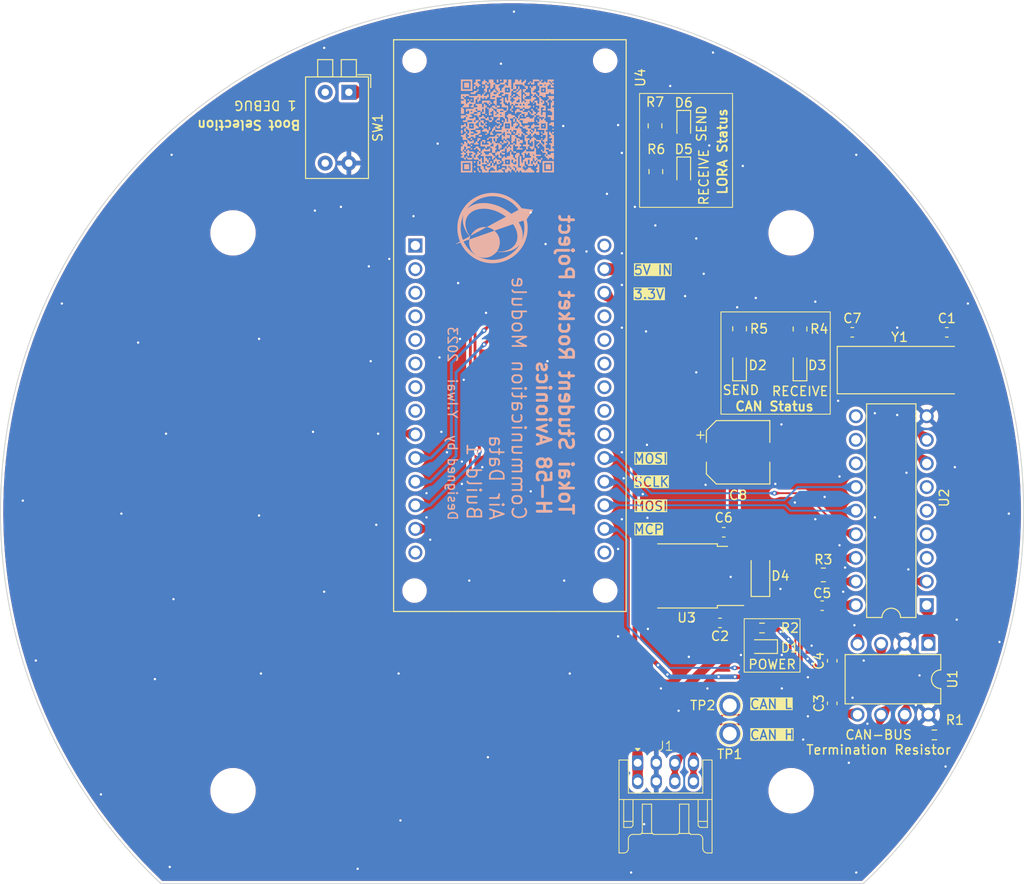
<source format=kicad_pcb>
(kicad_pcb (version 20221018) (generator pcbnew)
  (layers (0 "F.Cu" signal) (31 "B.Cu" signal) (34 "B.Paste" user) (35 "F.Paste" user) (36 "B.SilkS" user "B.Silkscreen") (37 "F.SilkS" user "F.Silkscreen") (38 "B.Mask" user) (39 "F.Mask" user) (44 "Edge.Cuts" user))
  (net 0 "")
  (net 1 "CAN_H")
  (net 2 "GND")
  (net 3 "+5V")
  (net 4 "CAN_L")
  (net 5 "+3.3V")
  (net 6 "CAN_TX")
  (net 7 "CAN_RX")
  (net 8 "OSC1")
  (net 9 "OSC2")
  (net 10 "SPI_CS_MCP")
  (net 11 "SPI_MOSI")
  (net 12 "SPI_SCLK")
  (net 13 "SPI_MISO")
  (net 14 "Net-(D6-A)")
  (net 15 "Net-(U2-~RESET)")
  (net 27 "Net-(D1-A)")
  (net 28 "Net-(D2-A)")
  (net 29 "Net-(D3-A)")
  (net 31 "Net-(D5-A)")
  (net 32 "CAN_RECEIVE_STATUS")
  (net 33 "CAN_SEND_STATUS")
  (net 34 "LORA_RECEIVE_STATUS")
  (net 35 "LORA_SEND_STATUS")
  (net 36 "DEBUG_MODE")
  (net 49 "+12V")
  (footprint "MountingHole:MountingHole_4.5mm" (layer "F.Cu") (at 178.5 75)
    (fp_text reference "REF**" hide)
    (fp_text value "MountingHole_4.5mm" hide)
  )
  (footprint "Capacitor_SMD:C_0603_1608Metric_Pad1.08x0.95mm_HandSolder" (layer "F.Cu") (at 170.85 116.949432 180)
    (fp_text reference "C2")
    (fp_text value "10μF")
  )
  (footprint "Capacitor_SMD:C_0603_1608Metric_Pad1.08x0.95mm_HandSolder" (layer "F.Cu") (at 182.917 125.6002 90)
    (fp_text reference "C3")
    (fp_text value "0.1μF")
  )
  (footprint "Resistor_SMD:R_0805_2012Metric_Pad1.20x1.40mm_HandSolder" (layer "F.Cu") (at 179.4548 85.3377 -90)
    (fp_text reference "R4")
    (fp_text value "100Ω")
  )
  (footprint "Capacitor_SMD:C_0603_1608Metric_Pad1.08x0.95mm_HandSolder" (layer "F.Cu") (at 195.236 85.695432 180)
    (fp_text reference "C1")
    (fp_text value "15pF")
  )
  (footprint "Capacitor_SMD:C_0603_1608Metric_Pad1.08x0.95mm_HandSolder" (layer "F.Cu") (at 171.25 107.199432 180)
    (fp_text reference "C6")
    (fp_text value "0.1μF")
  )
  (footprint "Hirose_Connector:Hirose_DF11B-8DP-2DS" (layer "F.Cu") (at 162 132)
    (fp_text reference "J1")
    (fp_text value "Conn_01x08")
  )
  (footprint "Crystal:Crystal_SMD_HC49-SD" (layer "F.Cu") (at 190.156 89.759432)
    (fp_text reference "Y1")
    (fp_text value "8MHz")
  )
  (footprint "MountingHole:MountingHole_4.5mm" (layer "F.Cu") (at 118.5 135)
    (fp_text reference "REF**" hide)
    (fp_text value "MountingHole_4.5mm" hide)
  )
  (footprint "ABX00012:ARDUINO_ABX00012" (layer "F.Cu") (at 135.7625 54.225 -90)
    (fp_text reference "U4")
    (fp_text value "ABX00012")
  )
  (footprint "Button_Switch_THT:SW_DIP_SPSTx02_Piano_10.8x6.64mm_W7.62mm_P2.54mm" (layer "F.Cu") (at 130.95 59.874432 -90)
    (fp_text reference "SW1")
    (fp_text value "SW_DIP_x02")
  )
  (footprint "MountingHole:MountingHole_4.5mm" (layer "F.Cu") (at 178.5 135)
    (fp_text reference "REF**" hide)
    (fp_text value "MountingHole_4.5mm" hide)
  )
  (footprint "Resistor_SMD:R_0805_2012Metric_Pad1.20x1.40mm_HandSolder" (layer "F.Cu") (at 163.9548 68.4127 -90)
    (fp_text reference "R6")
    (fp_text value "100Ω")
  )
  (footprint "Package_DIP:DIP-8_W7.62mm" (layer "F.Cu") (at 193.2548 119.2002 -90)
    (fp_text reference "U1")
    (fp_text value "MCP2562-E-P")
  )
  (footprint "Resistor_SMD:R_0805_2012Metric_Pad1.20x1.40mm_HandSolder" (layer "F.Cu") (at 163.8673 63.4877 -90)
    (fp_text reference "R7")
    (fp_text value "100Ω")
  )
  (footprint "Connector_Pin:Pin_D1.0mm_L10.0mm" (layer "F.Cu") (at 171.9 128.875432)
    (fp_text reference "TP1")
    (fp_text value "TestPoint")
  )
  (footprint "Capacitor_SMD:C_0603_1608Metric_Pad1.08x0.95mm_HandSolder" (layer "F.Cu") (at 182.917 121.027932 90)
    (fp_text reference "C4")
    (fp_text value "0.1μF")
  )
  (footprint "Capacitor_SMD:C_0603_1608Metric_Pad1.08x0.95mm_HandSolder" (layer "F.Cu") (at 181.8373 115.1002 180)
    (fp_text reference "C5")
    (fp_text value "0.1μF")
  )
  (footprint "Connector_Pin:Pin_D1.0mm_L10.0mm" (layer "F.Cu") (at 171.9 125.827432)
    (fp_text reference "TP2")
    (fp_text value "TestPoint")
  )
  (footprint "Capacitor_SMD:CP_Elec_6.3x5.9" (layer "F.Cu") (at 172.8 98.6002)
    (fp_text reference "C8")
    (fp_text value "47μF")
  )
  (footprint "LED_SMD:LED_0603_1608Metric_Pad1.05x0.95mm_HandSolder" (layer "F.Cu") (at 175.3673 119.5002 180)
    (fp_text reference "D1")
    (fp_text value "RED")
  )
  (footprint "LED_SMD:LED_0603_1608Metric_Pad1.05x0.95mm_HandSolder" (layer "F.Cu") (at 172.9548 89.2502 90)
    (fp_text reference "D2")
    (fp_text value "ORANGE")
  )
  (footprint "MountingHole:MountingHole_4.5mm" (layer "F.Cu") (at 118.5 75)
    (fp_text reference "REF**" hide)
    (fp_text value "MountingHole_4.5mm" hide)
  )
  (footprint "Resistor_SMD:R_0805_2012Metric_Pad1.20x1.40mm_HandSolder" (layer "F.Cu") (at 172.9548 85.314432 -90)
    (fp_text reference "R5")
    (fp_text value "100Ω")
  )
  (footprint "Capacitor_SMD:C_0603_1608Metric_Pad1.08x0.95mm_HandSolder" (layer "F.Cu") (at 185.076 85.695432)
    (fp_text reference "C7")
    (fp_text value "15pF")
  )
  (footprint "LED_SMD:LED_0603_1608Metric_Pad1.05x0.95mm_HandSolder" (layer "F.Cu") (at 179.4548 89.2502 90)
    (fp_text reference "D3")
    (fp_text value "ORANGE")
  )
  (footprint "LED_SMD:LED_0603_1608Metric_Pad1.05x0.95mm_HandSolder" (layer "F.Cu") (at 166.9548 68.5002 -90)
    (fp_text reference "D5")
    (fp_text value "ORANGE")
  )
  (footprint "LED_SMD:LED_0603_1608Metric_Pad1.05x0.95mm_HandSolder" (layer "F.Cu") (at 166.9548 63.4877 -90)
    (fp_text reference "D6")
    (fp_text value "ORANGE")
  )
  (footprint "Resistor_SMD:R_0603_1608Metric_Pad0.98x0.95mm_HandSolder" (layer "F.Cu") (at 175.3673 117.5002 180)
    (fp_text reference "R2")
    (fp_text value "620Ω")
  )
  (footprint "Package_DIP:DIP-18_W7.62mm" (layer "F.Cu") (at 193.0748 115.0402 180)
    (fp_text reference "U2")
    (fp_text value "MCP2515-I/P")
  )
  (footprint "Diode_SMD:D_SOD-123F" (layer "F.Cu") (at 175.2 111.899432 90)
    (fp_text reference "D4")
    (fp_text value "1N4007")
  )
  (footprint "Package_TO_SOT_SMD:TO-252-2" (layer "F.Cu") (at 167.26 111.899432 180)
    (fp_text reference "U3")
    (fp_text value "NJM7805SDL1")
  )
  (footprint "Resistor_SMD:R_0603_1608Metric_Pad0.98x0.95mm_HandSolder" (layer "F.Cu") (at 193.9 129)
    (fp_text reference "R1")
    (fp_text value "120Ω")
  )
  (footprint "Resistor_SMD:R_0805_2012Metric_Pad1.20x1.40mm_HandSolder" (layer "F.Cu") (at 181.9623 111.7902)
    (fp_text reference "R3")
    (fp_text value "10kΩ")
  )
  (footprint "LOGO" (layer "B.Cu") (at 148 63.5)
    (fp_text reference "G***" hide)
    (fp_text value "LOGO" hide)
  )
  (footprint "LOGO" (layer "B.Cu") (at 146.5 74.5 90)
    (fp_text reference "G***" hide)
    (fp_text value "LOGO" hide)
  )
  (gr_rect (start 173.4548 116.5002) (end 179.4548 122.2502) (stroke (width 0.1)) (fill none) (layer "F.SilkS"))
  (gr_rect (start 170.9548 83.5002) (end 182.7048 94.5002) (stroke (width 0.1)) (fill none) (layer "F.SilkS"))
  (gr_rect (start 162.2048 60.0002) (end 172.2048 72.2502) (stroke (width 0.1)) (fill none) (layer "F.SilkS"))
  (gr_arc locked (start 110.75 145) (mid 148.5 49.999432) (end 186.25 145) (stroke (width 0.1)) (layer "Edge.Cuts"))
  (gr_line locked (start 186.25 145) (end 110.75 145) (stroke (width 0.1)) (layer "Edge.Cuts"))
  (gr_text "Tokai Student Rocket Poject\nH-58 Avionics" (at 151 105.5 270) (layer "B.SilkS") (effects (font (size 1.5 1.5) (thickness 0.3) bold) (justify left bottom mirror)))
  (gr_text "Designed by 　Y.Iwai 　2023" (at 141.5 106 270) (layer "B.SilkS") (effects (font (size 1 1) (thickness 0.153)) (justify left bottom mirror)))
  (gr_text "Communication Module\nAir Data\nBuild 1" (at 143.5 106 270) (layer "B.SilkS") (effects (font (size 1.5 1.5) (thickness 0.1875)) (justify left bottom mirror)))
  (gr_text "RECEIVE" (at 179.4548 92.6252) (layer "F.SilkS") (effects (font (size 1 1)) (justify bottom)))
  (gr_text "1 DEBUG" (at 125.4 60.699432 180) (layer "F.SilkS") (effects (font (size 1 1) (thickness 0.153)) (justify left bottom)))
  (gr_text "CAN Status" (at 176.7048 94.2502) (layer "F.SilkS") (effects (font (size 1 1) (thickness 0.2) bold) (justify bottom)))
  (gr_text "CAN H" (at 174 128.999432) (layer "F.SilkS" knockout) (effects (font (size 1 1) (thickness 0.153)) (justify left)))
  (gr_text "3.3V" (at 161.5 81.599432) (layer "F.SilkS" knockout) (effects (font (size 1 1) (thickness 0.153)) (justify left)))
  (gr_text "LORA Status" (at 171.7048 66.2502 90) (layer "F.SilkS") (effects (font (size 1 1) (thickness 0.2) bold) (justify bottom)))
  (gr_text "MOSI" (at 161.5 104.399432) (layer "F.SilkS" knockout) (effects (font (size 1 1) (thickness 0.153)) (justify left)))
  (gr_text "RECEIVE" (at 169.7048 69.0002 90) (layer "F.SilkS") (effects (font (size 1 1)) (justify bottom)))
  (gr_text "CAN L" (at 174 125.699432) (layer "F.SilkS" knockout) (effects (font (size 1 1) (thickness 0.153)) (justify left)))
  (gr_text "MCP" (at 161.5 106.899432) (layer "F.SilkS" knockout) (effects (font (size 1 1) (thickness 0.153)) (justify left)))
  (gr_text "5V IN" (at 161.5 78.999432) (layer "F.SilkS" knockout) (effects (font (size 1 1) (thickness 0.153)) (justify left)))
  (gr_text "Boot Selection\n" (at 120.2 62.799432 180) (layer "F.SilkS") (effects (font (size 1 1) (thickness 0.2) bold) (justify bottom)))
  (gr_text "SEND" (at 173.1 92.5002) (layer "F.SilkS") (effects (font (size 1 1)) (justify bottom)))
  (gr_text "POWER" (at 176.4548 122.0002) (layer "F.SilkS") (effects (font (size 1 1)) (justify bottom)))
  (gr_text "SCLK" (at 161.5 101.799432) (layer "F.SilkS" knockout) (effects (font (size 1 1) (thickness 0.153)) (justify left)))
  (gr_text "MOSI" (at 161.5 99.299432) (layer "F.SilkS" knockout) (effects (font (size 1 1) (thickness 0.153)) (justify left)))
  (gr_text "SEND" (at 169.4548 63.2502 90) (layer "F.SilkS") (effects (font (size 1 1)) (justify bottom)))
  (gr_text "CAN-BUS\nTermination Resistor" (at 187.9 129.8) (layer "F.SilkS") (effects (font (size 1 1) (thickness 0.153))))
  (segment (start 168 133.645) (end 167.9548 133.6902) (width 0.2) (layer "F.Cu") (net 1))
  (segment (start 190.7148 126.8202) (end 190.7148 125.7852) (width 0.2) (layer "F.Cu") (net 1))
  (segment (start 195.3 125.8) (end 195.3 126.6875) (width 0.2) (layer "F.Cu") (net 1))
  (segment (start 170.706254 127.859432) (end 168 130.565686) (width 0.2) (layer "F.Cu") (net 1))
  (segment (start 179.314032 127.859432) (end 170.706254 127.859432) (width 0.2) (layer "F.Cu") (net 1))
  (segment (start 180.4546 129) (end 179.314032 127.859432) (width 0.2) (layer "F.Cu") (net 1))
  (segment (start 168 130.565686) (end 168 132) (width 0.2) (layer "F.Cu") (net 1))
  (segment (start 189.7 129) (end 180.4546 129) (width 0.2) (layer "F.Cu") (net 1))
  (segment (start 191.5 125) (end 194.5 125) (width 0.2) (layer "F.Cu") (net 1))
  (segment (start 190.7148 125.7852) (end 191.5 125) (width 0.2) (layer "F.Cu") (net 1))
  (segment (start 168 132) (end 168 134) (width 0.2) (layer "F.Cu") (net 1))
  (segment (start 190.7148 127.9852) (end 189.7 129) (width 0.2) (layer "F.Cu") (net 1))
  (segment (start 195.3 126.6875) (end 192.9875 129) (width 0.2) (layer "F.Cu") (net 1))
  (segment (start 190.7148 126.8202) (end 190.7148 127.9852) (width 0.2) (layer "F.Cu") (net 1))
  (segment (start 194.5 125) (end 195.3 125.8) (width 0.2) (layer "F.Cu") (net 1))
  (via (at 163.1 117.6) (size 0.51) (drill 0.25) (layers "F.Cu" "B.Cu") (net 2))
  (via (at 147.3 56.8) (size 0.51) (drill 0.25) (layers "F.Cu" "B.Cu") (net 2))
  (via (at 166.4 126.4) (size 0.51) (drill 0.25) (layers "F.Cu" "B.Cu") (net 2))
  (via (at 177.456 95.601432) (size 0.51) (drill 0.25) (layers "F.Cu" "B.Cu") (net 2))
  (via (at 156.5 77) (size 0.51) (drill 0.25) (layers "F.Cu" "B.Cu") (net 2))
  (via (at 162.9 85.6) (size 0.51) (drill 0.25) (layers "F.Cu" "B.Cu") (net 2))
  (via (at 200.9 119) (size 0.51) (drill 0.25) (layers "F.Cu" "B.Cu") (net 2))
  (via (at 160.3 105.8) (size 0.51) (drill 0.25) (layers "F.Cu" "B.Cu") (net 2))
  (via (at 190.9 100.8) (size 0.51) (drill 0.25) (layers "F.Cu" "B.Cu") (net 2))
  (via (at 161.3 143.8) (size 0.51) (drill 0.25) (layers "F.Cu" "B.Cu") (net 2))
  (via (at 140.5 65.4) (size 0.51) (drill 0.25) (layers "F.Cu" "B.Cu") (net 2))
  (via (at 185.1 125) (size 0.51) (drill 0.25) (layers "F.Cu" "B.Cu") (net 2))
  (via (at 160.3 77.2) (size 0.51) (drill 0.25) (layers "F.Cu" "B.Cu") (net 2))
  (via (at 100.1 82.6) (size 0.51) (drill 0.25) (layers "F.Cu" "B.Cu") (net 2))
  (via (at 183.7 108.6) (size 0.51) (drill 0.25) (layers "F.Cu" "B.Cu") (net 2))
  (via (at 169.1 79.4) (size 0.51) (drill 0.25) (layers "F.Cu" "B.Cu") (net 2))
  (via (at 121.3 105.4) (size 0.51) (drill 0.25) (layers "F.Cu" "B.Cu") (net 2))
  (via (at 192.3 122.6) (size 0.51) (drill 0.25) (layers "F.Cu" "B.Cu") (net 2))
  (via (at 181.1 105.8) (size 0.51) (drill 0.25) (layers "F.Cu" "B.Cu") (net 2))
  (via (at 180.3 122.8) (size 0.51) (drill 0.25) (layers "F.Cu" "B.Cu") (net 2))
  (via (at 184.3 111) (size 0.51) (drill 0.25) (layers "F.Cu" "B.Cu") (net 2))
  (via (at 191.1 111.2) (size 0.51) (drill 0.25) (layers "F.Cu" "B.Cu") (net 2))
  (via (at 143.1 102) (size 0.51) (drill 0.25) (layers "F.Cu" "B.Cu") (net 2))
  (via (at 167.5 120.6) (size 0.51) (drill 0.25) (layers "F.Cu" "B.Cu") (net 2))
  (via (at 104.3 135.4) (size 0.51) (drill 0.25) (layers "F.Cu" "B.Cu") (net 2))
  (via (at 152.3 88.8) (size 0.51) (drill 0.25) (layers "F.Cu" "B.Cu") (net 2))
  (via (at 179.8 129.499432) (size 0.51) (drill 0.25) (layers "F.Cu" "B.Cu") (net 2))
  (via (at 191.9 125.8) (size 0.51) (drill 0.25) (layers "F.Cu" "B.Cu") (net 2))
  (via (at 121.5 122.4) (size 0.51) (drill 0.25) (layers "F.Cu" "B.Cu") (net 2))
  (via (at 184.1 113.6) (size 0.51) (drill 0.25) (layers "F.Cu" "B.Cu") (net 2))
  (via (at 111.9 66.6) (size 0.51) (drill 0.25) (layers "F.Cu" "B.Cu") (net 2))
  (via (at 184.7 132) (size 0.51) (drill 0.25) (layers "F.Cu" "B.Cu") (net 2))
  (via (at 163.9 74.2) (size 0.51) (drill 0.25) (layers "F.Cu" "B.Cu") (net 2))
  (via (at 185.5 66.6) (size 0.51) (drill 0.25) (layers "F.Cu" "B.Cu") (net 2))
  (via (at 150.5 102.8) (size 0.51) (drill 0.25) (layers "F.Cu" "B.Cu") (net 2))
  (via (at 108.3 86.8) (size 0.51) (drill 0.25) (layers "F.Cu" "B.Cu") (net 2))
  (via (at 160.3 80.6) (size 0.51) (drill 0.25) (layers "F.Cu" "B.Cu") (net 2))
  (via (at 136.5 138.2) (size 0.51) (drill 0.25) (layers "F.Cu" "B.Cu") (net 2))
  (via (at 183.7 101.2) (size 0.51) (drill 0.25) (layers "F.Cu" "B.Cu") (net 2))
  (via (at 163 97.799432) (size 0.51) (drill 0.25) (layers "F.Cu" "B.Cu") (net 2))
  (via (at 134.1 96.6) (size 0.51) (drill 0.25) (layers "F.Cu" "B.Cu") (net 2))
  (via (at 183.552 93.061432) (size 0.51) (drill 0.25) (layers "F.Cu" "B.Cu") (net 2))
  (via (at 189.902 85.187432) (size 0.51) (drill 0.25) (layers "F.Cu" "B.Cu") (net 2))
  (via (at 196.3 116.6) (size 0.51) (drill 0.25) (layers "F.Cu" "B.Cu") (net 2))
  (via (at 187.5 94.4) (size 0.51) (drill 0.25) (layers "F.Cu" "B.Cu") (net 2))
  (via (at 164.5 124) (size 0.51) (drill 0.25) (layers "F.Cu" "B.Cu") (net 2))
  (via (at 110.1 123) (size 0.51) (drill 0.25) (layers "F.Cu" "B.Cu") (net 2))
  (via (at 135.3 77.8) (size 0.51) (drill 0.25) (layers "F.Cu" "B.Cu") (net 2))
  (via (at 148.7 51.2) (size 0.51) (drill 0.25) (layers "F.Cu" "B.Cu") (net 2))
  (via (at 145.9 131.4) (size 0.51) (drill 0.25) (layers "F.Cu" "B.Cu") (net 2))
  (via (at 127.3 72.6) (size 0.51) (drill 0.25) (layers "F.Cu" "B.Cu") (net 2))
  (via (at 97.3 121) (size 0.51) (drill 0.25) (layers "F.Cu" "B.Cu") (net 2))
  (via (at 162.55 103.099432) (size 0.51) (drill 0.25) (layers "F.Cu" "B.Cu") (net 2))
  (via (at 181.1 82.4) (size 0.51) (drill 0.25) (layers "F.Cu" "B.Cu") (net 2))
  (via (at 128.3 113.6) (size 0.51) (drill 0.25) (layers "F.Cu" "B.Cu") (net 2))
  (via (at 172 111.999432) (size 0.51) (drill 0.25) (layers "F.Cu" "B.Cu") (net 2))
  (via (at 139.3 103) (size 0.51) (drill 0.25) (layers "F.Cu" "B.Cu") (net 2))
  (via (at 177.5 124) (size 0.51) (drill 0.25) (layers "F.Cu" "B.Cu") (net 2))
  (via (at 187.5 105.6) (size 0.51) (drill 0.25) (layers "F.Cu" "B.Cu") (net 2))
  (via (at 145.7 83.6) (size 0.51) (drill 0.25) (layers "F.Cu" "B.Cu") (net 2))
  (via (at 162.7 138.6) (size 0.51) (drill 0.25) (layers "F.Cu" "B.Cu") (net 2))
  (via (at 160.3 98.6) (size 0.51) (drill 0.25) (layers "F.Cu" "B.Cu") (net 2))
  (via (at 136.3 122.4) (size 0.51) (drill 0.25) (layers "F.Cu" "B.Cu") (net 2))
  (via (at 165.5 59.2) (size 0.51) (drill 0.25) (layers "F.Cu" "B.Cu") (net 2))
  (via (at 163.05 105.649432) (size 0.51) (drill 0.25) (layers "F.Cu" "B.Cu") (net 2))
  (via (at 111.3 96.6) (size 0.51) (drill 0.25) (layers "F.Cu" "B.Cu") (net 2))
  (via (at 106.5 105.2) (size 0.51) (drill 0.25) (layers "F.Cu" "B.Cu") (net 2))
  (via (at 160.5 101.4) (size 0.51) (drill 0.25) (layers "F.Cu" "B.Cu") (net 2))
  (via (at 150.5 72.8) (size 0.51) (drill 0.25) (layers "F.Cu" "B.Cu") (net 2))
  (via (at 168.3 75.6) (size 0.51) (drill 0.25) (layers "F.Cu" "B.Cu") (net 2))
  (via (at 173.3 67.8) (size 0.51) (drill 0.25) (layers "F.Cu" "B.Cu") (net 2))
  (via (at 143.1 99.6) (size 0.51) (drill 0.25) (layers "F.Cu" "B.Cu") (net 2))
  (via (at 169.5 124) (size 0.51) (drill 0.25) (layers "F.Cu" "B.Cu") (net 2))
  (via (at 130.1 72.2) (size 0.51) (drill 0.25) (layers "F.Cu" "B.Cu") (net 2))
  (via (at 177.5 120.4) (size 0.51) (drill 0.25) (layers "F.Cu" "B.Cu") (net 2))
  (via (at 195.1 132.4) (size 0.51) (drill 0.25) (layers "F.Cu" "B.Cu") (net 2))
  (via (at 139.3 105.6) (size 0.51) (drill 0.25) (layers "F.Cu" "B.Cu") (net 2))
  (via (at 143.3 90.8) (size 0.51) (drill 0.25) (layers "F.Cu" "B.Cu") (net 2))
  (via (at 178.9 104) (size 0.51) (drill 0.25) (layers "F.Cu" "B.Cu") (net 2))
  (via (at 167.1 81.8) (size 0.51) (drill 0.25) (layers "F.Cu" "B.Cu") (net 2))
  (via (at 159.9 109) (size 0.51) (drill 0.25) (layers "F.Cu" "B.Cu") (net 2))
  (via (at 186.3 121) (size 0.51) (drill 0.25) (layers "F.Cu" "B.Cu") (net 2))
  (via (at 143.9 112.4) (size 0.51) (drill 0.25) (layers "F.Cu" "B.Cu") (net 2))
  (via (at 160.3 85.2) (size 0.51) (drill 0.25) (layers "F.Cu" "B.Cu") (net 2))
  (via (at 95.9 103.8) (size 0.51) (drill 0.25) (layers "F.Cu" "B.Cu") (net 2))
  (via (at 142.7 80.4) (size 0.51) (drill 0.25) (layers "F.Cu" "B.Cu") (net 2))
  (via (at 154.1 112.4) (size 0.51) (drill 0.25) (layers "F.Cu" "B.Cu") (net 2))
  (via (at 169.3 102.099432) (size 0.51) (drill 0.25) (layers "F.Cu" "B.Cu") (net 2))
  (via (at 128.3 55.099432) (size 0.51) (drill 0.25) (layers "F.Cu" "B.Cu") (net 2))
  (via (at 160.3 66.4) (size 0.51) (drill 0.25) (layers "F.Cu" "B.Cu") (net 2))
  (via (at 145.3 100.2) (size 0.51) (drill 0.25) (layers "F.Cu" "B.Cu") (net 2))
  (via (at 196.1 100.2) (size 0.51) (drill 0.25) (layers "F.Cu" "B.Cu") (net 2))
  (via (at 133.9 106.4) (size 0.51) (drill 0.25) (layers "F.Cu" "B.Cu") (net 2))
  (via (at 152.1 76.2) (size 0.51) (drill 0.25) (layers "F.Cu" "B.Cu") (net 2))
  (via (at 185.3 117.2) (size 0.51) (drill 0.25) (layers "F.Cu" "B.Cu") (net 2))
  (via (at 112.1 114.4) (size 0.51) (drill 0.25) (layers "F.Cu" "B.Cu") (net 2))
  (via (at 174.7 82) (size 0.51) (drill 0.25) (layers "F.Cu" "B.Cu") (net 2))
  (via (at 173.1 120.4) (size 0.51) (drill 0.25) (layers "F.Cu" "B.Cu") (net 2))
  (via (at 167.9 116.8) (size 0.51) (drill 0.25) (layers "F.Cu" "B.Cu") (net 2))
  (via (at 141.5 98.6) (size 0.51) (drill 0.25) (layers "F.Cu" "B.Cu") (net 2))
  (via (at 170.1 55.6) (size 0.51) (drill 0.25) (layers "F.Cu" "B.Cu") (net 2))
  (via (at 137.9 73.2) (size 0.51) (drill 0.25) (layers "F.Cu" "B.Cu") (net 2))
  (via (at 121.3 86.4) (size 0.51) (drill 0.25) (layers "F.Cu" "B.Cu") (net 2))
  (via (at 172.7 83) (size 0.51) (drill 0.25) (layers "F.Cu" "B.Cu") (net 2))
  (via (at 159.9 118.4) (size 0.51) (drill 0.25) (layers "F.Cu" "B.Cu") (net 2))
  (via (at 158.7 70.8) (size 0.51) (drill 0.25) (layers "F.Cu" "B.Cu") (net 2))
  (via (at 139.7 108) (size 0.51) (drill 0.25) (layers "F.Cu" "B.Cu") (net 2))
  (via (at 168.3 90) (size 0.51) (drill 0.25) (layers "F.Cu" "B.Cu") (net 2))
  (via (at 169.7 65.6) (size 0.51) (drill 0.25) (layers "F.Cu" "B.Cu") (net 2))
  (via (at 189.902 94.585432) (size 0.51) (drill 0.25) (layers "F.Cu" "B.Cu") (net 2))
  (via (at 161.7 72.2) (size 0.51) (drill 0.25) (layers "F.Cu" "B.Cu") (net 2))
  (via (at 185.5 143.8) (size 0.51) (drill 0.25) (layers "F.Cu" "B.Cu") (net 2))
  (via (at 133.3 88.8) (size 0.51) (drill 0.25) (layers "F.Cu" "B.Cu") (net 2))
  (via (at 127.1 96.4) (size 0.51) (drill 0.25) (layers "F.Cu" "B.Cu") (net 2))
  (via (at 197.5 82.6) (size 0.51) (drill 0.25) (layers "F.Cu" "B.Cu") (net 2))
  (via (at 180.7 119.4) (size 0.51) (drill 0.25) (layers "F.Cu" "B.Cu") (net 2))
  (via (at 177.35 113.299432) (size 0.51) (drill 0.25) (layers "F.Cu" "B.Cu") (net 2))
  (via (at 111.7 143.2) (size 0.51) (drill 0.25) (layers "F.Cu" "B.Cu") (net 2))
  (via (at 201.9 105.2) (size 0.51) (drill 0.25) (layers "F.Cu" "B.Cu") (net 2))
  (via (at 176.8 101.999432) (size 0.51) (drill 0.25) (layers "F.Cu" "B.Cu") (net 2))
  (via (at 140.9 96.4) (size 0.51) (drill 0.25) (layers "F.Cu" "B.Cu") (net 2))
  (via (at 182.1 103.4) (size 0.51) (drill 0.25) (layers "F.Cu" "B.Cu") (net 2))
  (via (at 133.1 78.6) (size 0.51) (drill 0.25) (layers "F.Cu" "B.Cu") (net 2))
  (via (at 186.7 127.8) (size 0.51) (drill 0.25) (layers "F.Cu" "B.Cu") (net 2))
  (via (at 131.9 143.4) (size 0.51) (drill 0.25) (layers "F.Cu" "B.Cu") (net 2))
  (via (at 159.9 63.4) (size 0.51) (drill 0.25) (layers "F.Cu" "B.Cu") (net 2))
  (via (at 180.3 127) (size 0.51) (drill 0.25) (layers "F.Cu" "B.Cu") (net 2))
  (via (at 154.7 122.4) (size 0.51) (drill 0.25) (layers "F.Cu" "B.Cu") (net 2))
  (via (at 142.9 86.4) (size 0.51) (drill 0.25) (layers "F.Cu" "B.Cu") (net 2))
  (via (at 154 63.5) (size 0.51) (drill 0.25) (layers "F.Cu" "B.Cu") (net 2))
  (via (at 140.7 88.4) (size 0.51) (drill 0.25) (layers "F.Cu" "B.Cu") (net 2))
  (segment (start 164.4548 81.0002) (end 162.3546 78.9) (width 1) (layer "F.Cu") (net 3))
  (segment (start 177.3773 117.9227) (end 176.9548 117.5002) (width 0.5) (layer "F.Cu") (net 3))
  (segment (start 178.1546 118.7) (end 178.2 118.7) (width 0.5) (layer "F.Cu") (net 3))
  (segment (start 174.32 109.619432) (end 175.2 110.499432) (width 1) (layer "F.Cu") (net 3))
  (segment (start 169.7548 98.6002) (end 172.2875 101.1329) (width 1) (layer "F.Cu") (net 3))
  (segment (start 172.3 109.619432) (end 174.32 109.619432) (width 1) (layer "F.Cu") (net 3))
  (segment (start 172.2875 109.606932) (end 172.3 109.619432) (width 1) (layer "F.Cu") (net 3))
  (segment (start 164.4548 93.5002) (end 164.4548 81.0002) (width 1) (layer "F.Cu") (net 3))
  (segment (start 176.2798 117.5002) (end 176.2798 116.619632) (width 0.5) (layer "F.Cu") (net 3))
  (segment (start 176.2798 116.619632) (end 178.9 113.999432) (width 0.5) (layer "F.Cu") (net 3))
  (segment (start 177.7 110.499432) (end 175.2 110.499432) (width 0.5) (layer "F.Cu") (net 3))
  (segment (start 188.1748 120.7802) (end 188.1748 119.2002) (width 0.5) (layer "F.Cu") (net 3))
  (segment (start 162.3546 78.9) (end 158.4 78.9) (width 1) (layer "F.Cu") (net 3))
  (segment (start 178.9 113.999432) (end 178.9 111.699432) (width 0.5) (layer "F.Cu") (net 3))
  (segment (start 172.2875 101.1329) (end 172.2875 107.199432) (width 1) (layer "F.Cu") (net 3))
  (segment (start 169.5548 98.6002) (end 164.4548 93.5002) (width 1) (layer "F.Cu") (net 3))
  (segment (start 180.7773 121.3227) (end 181.4923 122.0377) (width 0.5) (layer "F.Cu") (net 3))
  (segment (start 172.2875 107.199432) (end 172.2875 109.606932) (width 1) (layer "F.Cu") (net 3))
  (segment (start 177.3773 117.9227) (end 178.1546 118.7) (width 0.5) (layer "F.Cu") (net 3))
  (segment (start 186.9173 122.0377) (end 188.1748 120.7802) (width 0.5) (layer "F.Cu") (net 3))
  (segment (start 182.2548 122.0377) (end 186.9173 122.0377) (width 0.5) (layer "F.Cu") (net 3))
  (segment (start 181.4923 122.0377) (end 182.2548 122.0377) (width 0.5) (layer "F.Cu") (net 3))
  (segment (start 176.9548 117.5002) (end 176.2798 117.5002) (width 0.5) (layer "F.Cu") (net 3))
  (segment (start 180.2773 120.8227) (end 180.7773 121.3227) (width 0.5) (layer "F.Cu") (net 3))
  (segment (start 178.9 111.699432) (end 177.7 110.499432) (width 0.5) (layer "F.Cu") (net 3))
  (via (at 177.3773 117.9227) (size 0.51) (drill 0.25) (layers "F.Cu" "B.Cu") (net 3))
  (via (at 180.2773 120.8227) (size 0.51) (drill 0.25) (layers "F.Cu" "B.Cu") (net 3))
  (via (at 180.7773 121.3227) (size 0.51) (drill 0.25) (layers "F.Cu" "B.Cu") (net 3))
  (via (at 178.2 118.7) (size 0.51) (drill 0.25) (layers "F.Cu" "B.Cu") (net 3))
  (segment (start 177.3773 117.9227) (end 180.7773 121.3227) (width 0.5) (layer "B.Cu") (net 3))
  (segment (start 166 134) (end 166 132) (width 0.2) (layer "F.Cu") (net 4))
  (segment (start 180.620286 128.6) (end 179.479717 127.459432) (width 0.2) (layer "F.Cu") (net 4))
  (segment (start 187.5 128.6) (end 180.620286 128.6) (width 0.2) (layer "F.Cu") (net 4))
  (segment (start 195.7 125.634314) (end 195.7 128.1125) (width 0.2) (layer "F.Cu") (net 4))
  (segment (start 190.395 124.6) (end 194.665686 124.6) (width 0.2) (layer "F.Cu") (net 4))
  (segment (start 171.156568 126.843432) (end 166 132) (width 0.2) (layer "F.Cu") (net 4))
  (segment (start 173.392 126.843432) (end 171.156568 126.843432) (width 0.2) (layer "F.Cu") (net 4))
  (segment (start 179.479717 127.459432) (end 174.008 127.459432) (width 0.2) (layer "F.Cu") (net 4))
  (segment (start 194.665686 124.6) (end 195.7 125.634314) (width 0.2) (layer "F.Cu") (net 4))
  (segment (start 174.008 127.459432) (end 173.392 126.843432) (width 0.2) (layer "F.Cu") (net 4))
  (segment (start 188.1748 126.8202) (end 190.395 124.6) (width 0.2) (layer "F.Cu") (net 4))
  (segment (start 188.1748 127.9252) (end 187.5 128.6) (width 0.2) (layer "F.Cu") (net 4))
  (segment (start 195.7 128.1125) (end 194.8125 129) (width 0.2) (layer "F.Cu") (net 4))
  (segment (start 188.1748 126.8202) (end 188.1748 127.9252) (width 0.2) (layer "F.Cu") (net 4))
  (segment (start 179.4548 123.5002) (end 179.4548 124.5002) (width 0.5) (layer "F.Cu") (net 5))
  (segment (start 182.8748 114.1702) (end 182.8748 115.1002) (width 0.5) (layer "F.Cu") (net 5))
  (segment (start 181.5923 126.6377) (end 182.2548 126.6377) (width 0.5) (layer "F.Cu") (net 5))
  (segment (start 172.4548 122.7502) (end 178.7048 122.7502) (width 0.5) (layer "F.Cu") (net 5))
  (segment (start 185.4548 115.0402) (end 182.9348 115.0402) (width 0.5) (layer "F.Cu") (net 5))
  (segment (start 170.7 122.7502) (end 172.4548 122.7502) (width 0.5) (layer "F.Cu") (net 5))
  (segment (start 179.4548 124.5002) (end 181.5923 126.6377) (width 0.5) (layer "F.Cu") (net 5))
  (segment (start 179.5 118.475) (end 182.8748 115.1002) (width 0.5) (layer "F.Cu") (net 5))
  (segment (start 182.2548 126.6377) (end 185.4523 126.6377) (width 0.5) (layer "F.Cu") (net 5))
  (segment (start 181.0498 112.3452) (end 182.8748 114.1702) (width 0.5) (layer "F.Cu") (net 5))
  (segment (start 161.7048 84.7675) (end 158.3998 81.4625) (width 0.5) (layer "F.Cu") (net 5))
  (segment (start 178.7048 122.7502) (end 179.4548 123.5002) (width 0.5) (layer "F.Cu") (net 5))
  (segment (start 178.7048 122.7502) (end 179.5 121.955) (width 0.5) (layer "F.Cu") (net 5))
  (segment (start 165.2 122.5) (end 165.2 122.4954) (width 0.5) (layer "F.Cu") (net 5))
  (segment (start 161.7048 119.0002) (end 161.7048 84.7675) (width 0.5) (layer "F.Cu") (net 5))
  (segment (start 165.2 122.4954) (end 161.7048 119.0002) (width 0.5) (layer "F.Cu") (net 5))
  (segment (start 179.5 121.955) (end 179.5 118.475) (width 0.5) (layer "F.Cu") (net 5))
  (segment (start 181.0498 111.7902) (end 181.0498 112.3452) (width 0.5) (layer "F.Cu") (net 5))
  (via (at 164.2 121.5) (size 0.51) (drill 0.25) (layers "F.Cu" "B.Cu") (net 5))
  (via (at 165.2 122.5) (size 0.51) (drill 0.25) (layers "F.Cu" "B.Cu") (net 5))
  (via (at 172.4548 122.7502) (size 0.51) (drill 0.25) (layers "F.Cu" "B.Cu") (net 5))
  (via (at 170.7 122.7502) (size 0.51) (drill 0.25) (layers "F.Cu" "B.Cu") (net 5))
  (segment (start 172.4548 122.7502) (end 165.4502 122.7502) (width 0.5) (layer "B.Cu") (net 5))
  (segment (start 165.2 122.5) (end 164.2 121.5) (width 0.5) (layer "B.Cu") (net 5))
  (segment (start 165.4502 122.7502) (end 165.2 122.5) (width 0.5) (layer "B.Cu") (net 5))
  (segment (start 193.2548 119.2002) (end 193.2548 115.2202) (width 0.2) (layer "F.Cu") (net 6))
  (segment (start 185.6348 118.0702) (end 191.2048 112.5002) (width 0.2) (layer "F.Cu") (net 7))
  (segment (start 185.6348 119.2002) (end 185.6348 118.0702) (width 0.2) (layer "F.Cu") (net 7))
  (segment (start 191.2048 112.5002) (end 193.0748 112.5002) (width 0.2) (layer "F.Cu") (net 7))
  (segment (start 191.0923 95.2777) (end 193.0748 97.2602) (width 0.3) (layer "F.Cu") (net 8))
  (segment (start 194.3735 85.695432) (end 194.406 85.727932) (width 0.2) (layer "F.Cu") (net 8))
  (segment (start 194.406 89.759432) (end 192.333068 89.759432) (width 0.3) (layer "F.Cu") (net 8))
  (segment (start 192.95 89.759432) (end 191.0923 91.617132) (width 0.3) (layer "F.Cu") (net 8))
  (segment (start 194.406 89.759432) (end 192.95 89.759432) (width 0.3) (layer "F.Cu") (net 8))
  (segment (start 194.406 85.727932) (end 194.406 89.759432) (width 0.2) (layer "F.Cu") (net 8))
  (segment (start 191.0923 91.617132) (end 191.0923 95.2777) (width 0.3) (layer "F.Cu") (net 8))
  (segment (start 185.906 89.759432) (end 187.108 89.759432) (width 0.3) (layer "F.Cu") (net 9))
  (segment (start 185.906 89.759432) (end 187.362 89.759432) (width 0.3) (layer "F.Cu") (net 9))
  (segment (start 188.8173 95.5427) (end 193.0748 99.8002) (width 0.3) (layer "F.Cu") (net 9))
  (segment (start 185.9385 85.695432) (end 185.906 85.727932) (width 0.2) (layer "F.Cu") (net 9))
  (segment (start 187.108 89.759432) (end 188.8173 91.468732) (width 0.3) (layer "F.Cu") (net 9))
  (segment (start 188.8173 91.468732) (end 188.8173 95.5427) (width 0.3) (layer "F.Cu") (net 9))
  (segment (start 185.906 85.727932) (end 185.906 89.759432) (width 0.2) (layer "F.Cu") (net 9))
  (segment (start 179.7 117.299432) (end 179.7 110.899432) (width 0.2) (layer "F.Cu") (net 10))
  (segment (start 178.95 118.049432) (end 179.7 117.299432) (width 0.2) (layer "F.Cu") (net 10))
  (segment (start 180.599432 110) (end 185.43 110) (width 0.2) (layer "F.Cu") (net 10))
  (segment (start 177.709503 121.790497) (end 178.95 120.55) (width 0.2) (layer "F.Cu") (net 10))
  (segment (start 172.43 121.790497) (end 177.709503 121.790497) (width 0.2) (layer "F.Cu") (net 10))
  (segment (start 179.7 110.899432) (end 180.599432 110) (width 0.2) (layer "F.Cu") (net 10))
  (segment (start 178.95 120.55) (end 178.95 118.049432) (width 0.2) (layer "F.Cu") (net 10))
  (via (at 172.43 121.790497) (size 0.51) (drill 0.25) (layers "F.Cu" "B.Cu") (net 10))
  (segment (start 160.93 117.29) (end 160.93 108.04) (width 0.2) (layer "B.Cu") (net 10))
  (segment (start 160.93 108.04) (end 159.7698 106.8798) (width 0.2) (layer "B.Cu") (net 10))
  (segment (start 165.430497 121.790497) (end 160.93 117.29) (width 0.2) (layer "B.Cu") (net 10))
  (segment (start 159.7698 106.8798) (end 158.3525 106.8798) (width 0.2) (layer "B.Cu") (net 10))
  (segment (start 172.43 121.790497) (end 165.430497 121.790497) (width 0.2) (layer "B.Cu") (net 10))
  (segment (start 158.4 104.3) (end 177.8273 104.3) (width 0.2) (layer "B.Cu") (net 11))
  (segment (start 178.4075 104.8802) (end 185.4548 104.8802) (width 0.2) (layer "B.Cu") (net 11))
  (segment (start 177.8273 104.3) (end 178.4075 104.8802) (width 0.2) (layer "B.Cu") (net 11))
  (segment (start 161.7275 103.7502) (end 177.7773 103.7502) (width 0.2) (layer "B.Cu") (net 12))
  (segment (start 179.1873 102.3402) (end 185.4548 102.3402) (width 0.2) (layer "B.Cu") (net 12))
  (segment (start 159.7371 101.7598) (end 161.7275 103.7502) (width 0.2) (layer "B.Cu") (net 12))
  (segment (start 177.7773 103.7502) (end 179.1873 102.3402) (width 0.2) (layer "B.Cu") (net 12))
  (segment (start 158.3998 101.7598) (end 159.7371 101.7598) (width 0.2) (layer "B.Cu") (net 12))
  (segment (start 179.9548 103.0002) (end 184.3748 107.4202) (width 0.2) (layer "F.Cu") (net 13))
  (segment (start 184.3748 107.4202) (end 185.4548 107.4202) (width 0.2) (layer "F.Cu") (net 13))
  (segment (start 176.7 103.0002) (end 179.9548 103.0002) (width 0.2) (layer "F.Cu") (net 13))
  (via (at 176.7 103.0002) (size 0.51) (drill 0.25) (layers "F.Cu" "B.Cu") (net 13))
  (segment (start 163.4548 103.0002) (end 159.6744 99.2198) (width 0.2) (layer "B.Cu") (net 13))
  (segment (start 159.6744 99.2198) (end 158.3998 99.2198) (width 0.2) (layer "B.Cu") (net 13))
  (segment (start 176.7 103.0002) (end 163.4548 103.0002) (width 0.2) (layer "B.Cu") (net 13))
  (segment (start 163.8673 64.4002) (end 166.9173 64.4002) (width 0.3) (layer "F.Cu") (net 14))
  (segment (start 185.4548 112.5002) (end 183.5848 112.5002) (width 0.25) (layer "F.Cu") (net 15))
  (segment (start 183.5848 112.5002) (end 182.8748 111.7902) (width 0.25) (layer "F.Cu") (net 15))
  (segment (start 174.4548 117.5002) (end 174.4548 119.4627) (width 0.25) (layer "F.Cu") (net 27))
  (segment (start 172.9548 88.3752) (end 172.9548 86.4127) (width 0.3) (layer "F.Cu") (net 28))
  (segment (start 179.4548 88.3752) (end 179.4548 86.2502) (width 0.3) (layer "F.Cu") (net 29))
  (segment (start 163.9548 69.3252) (end 166.9048 69.3252) (width 0.3) (layer "F.Cu") (net 31))
  (segment (start 164.2048 73.2502) (end 175.3798 84.4252) (width 0.3) (layer "F.Cu") (net 32))
  (segment (start 157.7271 73.2502) (end 164.2048 73.2502) (width 0.3) (layer "F.Cu") (net 32))
  (segment (start 145.4773 85.5) (end 157.7271 73.2502) (width 0.3) (layer "F.Cu") (net 32))
  (segment (start 175.3798 84.4252) (end 179.4548 84.4252) (width 0.3) (layer "F.Cu") (net 32))
  (via (at 145.4773 85.5) (size 0.51) (drill 0.25) (layers "F.Cu" "B.Cu") (net 32))
  (segment (start 141.9773 97) (end 139.7575 99.2198) (width 0.3) (layer "B.Cu") (net 32))
  (segment (start 141.9773 89) (end 141.9773 97) (width 0.3) (layer "B.Cu") (net 32))
  (segment (start 145.4773 85.5) (end 141.9773 89) (width 0.3) (layer "B.Cu") (net 32))
  (segment (start 139.7575 99.2198) (end 138.0798 99.2198) (width 0.3) (layer "B.Cu") (net 32))
  (segment (start 146.4773 85.207106) (end 157.934206 73.7502) (width 0.3) (layer "F.Cu") (net 33))
  (segment (start 145.489599 87) (end 146.4773 86.012299) (width 0.3) (layer "F.Cu") (net 33))
  (segment (start 157.934206 73.7502) (end 162.1173 73.7502) (width 0.3) (layer "F.Cu") (net 33))
  (segment (start 162.1173 73.7502) (end 172.9548 84.5877) (width 0.3) (layer "F.Cu") (net 33))
  (segment (start 146.4773 86.012299) (end 146.4773 85.207106) (width 0.3) (layer "F.Cu") (net 33))
  (via (at 145.489599 87) (size 0.51) (drill 0.25) (layers "F.Cu" "B.Cu") (net 33))
  (segment (start 139.7175 101.7598) (end 138.0798 101.7598) (width 0.3) (layer "B.Cu") (net 33))
  (segment (start 142.4773 90.012299) (end 142.4773 99) (width 0.3) (layer "B.Cu") (net 33))
  (segment (start 142.4773 99) (end 139.7175 101.7598) (width 0.3) (layer "B.Cu") (net 33))
  (segment (start 145.489599 87) (end 142.4773 90.012299) (width 0.3) (layer "B.Cu") (net 33))
  (segment (start 144.9773 98.5) (end 144.9773 98) (width 0.3) (layer "F.Cu") (net 34))
  (segment (start 144.515 81.647106) (end 158.661906 67.5002) (width 0.3) (layer "F.Cu") (net 34))
  (segment (start 144.515 97.5377) (end 144.515 81.647106) (width 0.3) (layer "F.Cu") (net 34))
  (segment (start 158.661906 67.5002) (end 163.9548 67.5002) (width 0.3) (layer "F.Cu") (net 34))
  (segment (start 144.9773 98) (end 144.515 97.5377) (width 0.3) (layer "F.Cu") (net 34))
  (via (at 144.9773 98.5) (size 0.51) (drill 0.25) (layers "F.Cu" "B.Cu") (net 34))
  (segment (start 144.9773 99) (end 139.6775 104.2998) (width 0.3) (layer "B.Cu") (net 34))
  (segment (start 144.9773 98.5) (end 144.9773 99) (width 0.3) (layer "B.Cu") (net 34))
  (segment (start 139.6775 104.2998) (end 138.0798 104.2998) (width 0.3) (layer "B.Cu") (net 34))
  (segment (start 144.015 102.4623) (end 139.6375 106.8398) (width 0.3) (layer "F.Cu") (net 35))
  (segment (start 139.6375 106.8398) (end 138.0798 106.8398) (width 0.3) (layer "F.Cu") (net 35))
  (segment (start 144.015 81.44) (end 144.015 102.4623) (width 0.3) (layer "F.Cu") (net 35))
  (segment (start 163.8673 62.5752) (end 162.8798 62.5752) (width 0.3) (layer "F.Cu") (net 35))
  (segment (start 162.8798 62.5752) (end 144.015 81.44) (width 0.3) (layer "F.Cu") (net 35))
  (segment (start 130.95 59.874432) (end 133.475 59.874432) (width 0.3) (layer "F.Cu") (net 36))
  (segment (start 134.4773 94.28865) (end 136.86845 96.6798) (width 0.3) (layer "F.Cu") (net 36))
  (segment (start 134.4773 60.876732) (end 134.4773 94.28865) (width 0.3) (layer "F.Cu") (net 36))
  (segment (start 133.475 59.874432) (end 134.4773 60.876732) (width 0.3) (layer "F.Cu") (net 36))
  (segment (start 136.86845 96.6798) (end 138.0798 96.6798) (width 0.3) (layer "F.Cu") (net 36))
  (segment (start 161.9548 131.9548) (end 161.9548 129.1002) (width 1) (layer "F.Cu") (net 49))
  (segment (start 162 132) (end 161.9548 131.9548) (width 1) (layer "F.Cu") (net 49))
  (segment (start 162 132) (end 162 134) (width 1) (layer "F.Cu") (net 49))
  (segment (start 174.32 114.179432) (end 175.2 113.299432) (width 1) (layer "F.Cu") (net 49))
  (segment (start 172.3 114.179432) (end 174.32 114.179432) (width 1) (layer "F.Cu") (net 49))
  (segment (start 171.8875 119.1675) (end 171.8875 116.949432) (width 1) (layer "F.Cu") (net 49))
  (segment (start 161.9548 129.1002) (end 171.8875 119.1675) (width 1) (layer "F.Cu") (net 49))
  (segment (start 171.8875 116.949432) (end 172.3 116.536932) (width 1) (layer "F.Cu") (net 49))
  (segment (start 172.3 116.536932) (end 172.3 114.179432) (width 1) (layer "F.Cu") (net 49))
  (zone (net 0) (net_name "") (layer "F.Cu") (connect_pads (clearance 0)) (min_thickness 0.127)
    (keepout (tracks allowed) (vias allowed) (pads allowed) (copperpour not_allowed) (footprints allowed))
    (fill (thermal_gap 0.5) (thermal_bridge_width 0.5))
    (polygon (pts (xy 183.5 120.2) (xy 183.5 121.6) (xy 183.3 121.4) (xy 183.3 120.2)))
  )
  (zone (net 0) (net_name "") (layer "F.Cu") (connect_pads (clearance 0)) (min_thickness 0.25)
    (keepout (tracks allowed) (vias allowed) (pads allowed) (copperpour not_allowed) (footprints allowed))
    (fill (thermal_gap 0.5) (thermal_bridge_width 0.5))
    (polygon (pts (xy 177.4 109.999432) (xy 177.4 110.999432) (xy 177.6 110.999432) (xy 177.6 110.099432)))
  )
  (zone (net 2) (net_name "GND") (layers "F&B.Cu") (connect_pads (clearance 0.3)) (min_thickness 0.127) (fill yes (thermal_gap 0.5) (thermal_bridge_width 0.5))
    (polygon (pts (arc (start 186.25 145) (mid 148.5 49.999432) (end 110.75 145))))
  )
  (zone (net 0) (net_name "") (layers "F.Cu" "Edge.Cuts") (connect_pads (clearance 0)) (min_thickness 0.25)
    (keepout (tracks allowed) (vias allowed) (pads allowed) (copperpour not_allowed) (footprints allowed))
    (fill (thermal_gap 0.5) (thermal_bridge_width 0.5))
    (polygon (pts (xy 166.28 134.971432) (xy 167.804 134.971432) (xy 167.55 134.717432) (xy 166.534 134.717432)))
  )
  (zone (net 0) (net_name "") (layer "B.Cu") (connect_pads (clearance 0)) (min_thickness 0.127)
    (keepout (tracks allowed) (vias allowed) (pads allowed) (copperpour not_allowed) (footprints allowed))
    (fill (thermal_gap 0.5) (thermal_bridge_width 0.5))
    (polygon (pts (xy 176.9 102.6) (xy 178.7 102.6) (xy 178.5 102.8) (xy 176.9 102.8)))
  )
)
</source>
